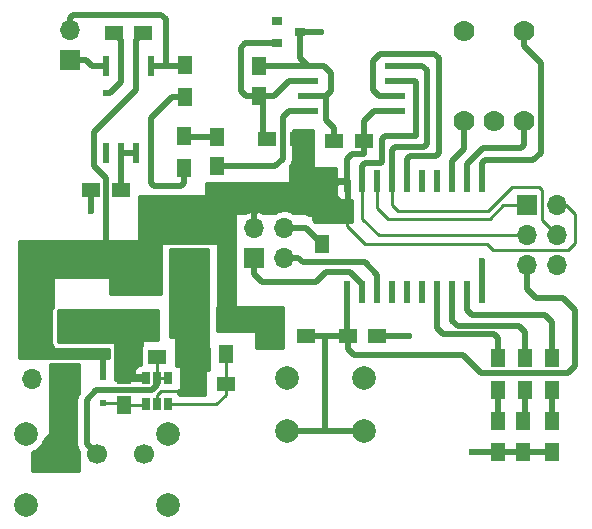
<source format=gtl>
G04 #@! TF.FileFunction,Copper,L1,Top,Signal*
%FSLAX46Y46*%
G04 Gerber Fmt 4.6, Leading zero omitted, Abs format (unit mm)*
G04 Created by KiCad (PCBNEW 4.0.7) date 11/06/17 18:42:07*
%MOMM*%
%LPD*%
G01*
G04 APERTURE LIST*
%ADD10C,0.100000*%
%ADD11C,0.600000*%
%ADD12R,1.700000X1.700000*%
%ADD13O,1.700000X1.700000*%
%ADD14R,0.600000X1.950000*%
%ADD15C,2.000000*%
%ADD16C,1.778000*%
%ADD17R,1.500000X1.250000*%
%ADD18R,1.250000X1.500000*%
%ADD19R,1.300000X1.500000*%
%ADD20R,0.900000X0.800000*%
%ADD21R,3.429000X2.413000*%
%ADD22R,1.500000X1.300000*%
%ADD23R,1.750000X0.550000*%
%ADD24R,0.550000X1.750000*%
%ADD25R,0.650000X1.060000*%
%ADD26R,0.500000X0.500000*%
%ADD27R,2.500000X1.800000*%
%ADD28C,1.700000*%
%ADD29C,0.500000*%
%ADD30C,0.250000*%
%ADD31C,0.254000*%
G04 APERTURE END LIST*
D10*
D11*
X51181000Y-154432000D03*
X51181000Y-153035000D03*
X51181000Y-151511000D03*
D12*
X55626000Y-151384000D03*
D13*
X55626000Y-148844000D03*
X58166000Y-151384000D03*
X58166000Y-148844000D03*
D14*
X63500000Y-154306000D03*
X64770000Y-154306000D03*
X66040000Y-154306000D03*
X67310000Y-154306000D03*
X68580000Y-154306000D03*
X69850000Y-154306000D03*
X71120000Y-154306000D03*
X72390000Y-154306000D03*
X73660000Y-154306000D03*
X74930000Y-154306000D03*
X74930000Y-144906000D03*
X73660000Y-144906000D03*
X72390000Y-144906000D03*
X71120000Y-144906000D03*
X69850000Y-144906000D03*
X68580000Y-144906000D03*
X67310000Y-144906000D03*
X66040000Y-144906000D03*
X64770000Y-144906000D03*
X63500000Y-144906000D03*
D15*
X64897000Y-161544000D03*
X64897000Y-166044000D03*
X58397000Y-161544000D03*
X58397000Y-166044000D03*
D16*
X73406000Y-132207000D03*
X78486000Y-132207000D03*
X78486000Y-139827000D03*
X75946000Y-139827000D03*
X73406000Y-139827000D03*
D17*
X66040000Y-157988000D03*
X63540000Y-157988000D03*
D18*
X61341000Y-150201000D03*
X61341000Y-147701000D03*
D17*
X64897000Y-141478000D03*
X62397000Y-141478000D03*
D18*
X52451000Y-143637000D03*
X52451000Y-141137000D03*
D17*
X43708000Y-132334000D03*
X46208000Y-132334000D03*
X41803000Y-145669000D03*
X44303000Y-145669000D03*
X47391000Y-159766000D03*
X49891000Y-159766000D03*
D18*
X44577000Y-163810000D03*
X44577000Y-161310000D03*
D17*
X46903000Y-153670000D03*
X49403000Y-153670000D03*
X46903000Y-151638000D03*
X49403000Y-151638000D03*
D19*
X80826188Y-167860908D03*
X80826188Y-165160908D03*
X78413188Y-167860908D03*
X78413188Y-165160908D03*
X76254188Y-167860908D03*
X76254188Y-165160908D03*
D20*
X57531000Y-131323000D03*
X57531000Y-133223000D03*
X59531000Y-132273000D03*
D12*
X78740000Y-146939000D03*
D13*
X81280000Y-146939000D03*
X78740000Y-149479000D03*
X81280000Y-149479000D03*
X78740000Y-152019000D03*
X81280000Y-152019000D03*
D12*
X39370000Y-161671000D03*
D13*
X36830000Y-161671000D03*
D12*
X40005000Y-134620000D03*
D13*
X40005000Y-132080000D03*
D21*
X40767000Y-157226000D03*
X40767000Y-151384000D03*
D22*
X57277000Y-157988000D03*
X59977000Y-157988000D03*
D19*
X80826188Y-159859908D03*
X80826188Y-162559908D03*
X78540188Y-159859908D03*
X78540188Y-162559908D03*
X76254188Y-159859908D03*
X76254188Y-162559908D03*
D22*
X56689000Y-141351000D03*
X59389000Y-141351000D03*
D19*
X49657000Y-143764000D03*
X49657000Y-141064000D03*
X49784000Y-135048000D03*
X49784000Y-137748000D03*
X53213000Y-156812000D03*
X53213000Y-159512000D03*
D22*
X53213000Y-162052000D03*
X50513000Y-162052000D03*
D23*
X67564000Y-138938000D03*
X67564000Y-137668000D03*
X67564000Y-136398000D03*
X67564000Y-135128000D03*
X60164000Y-135128000D03*
X60164000Y-136398000D03*
X60164000Y-137668000D03*
X60164000Y-138938000D03*
D24*
X43053000Y-142511000D03*
X44323000Y-142511000D03*
X45593000Y-142511000D03*
X46863000Y-142511000D03*
X46863000Y-135111000D03*
X45593000Y-135111000D03*
X44323000Y-135111000D03*
X43053000Y-135111000D03*
D25*
X46421000Y-163787000D03*
X47371000Y-163787000D03*
X48321000Y-163787000D03*
X48321000Y-161587000D03*
X46421000Y-161587000D03*
X47371000Y-161587000D03*
D26*
X42799000Y-163660000D03*
X42799000Y-161460000D03*
D27*
X46006000Y-157099000D03*
X50006000Y-157099000D03*
D18*
X56007000Y-135148000D03*
X56007000Y-137648000D03*
D15*
X36291000Y-166271000D03*
X48291000Y-166271000D03*
X48291000Y-172271000D03*
X36291000Y-172271000D03*
D28*
X38291000Y-168021000D03*
X42291000Y-168021000D03*
X46291000Y-168021000D03*
D11*
X43053000Y-137414000D03*
X74074092Y-167860908D03*
X61275000Y-132273000D03*
X74930000Y-151638000D03*
X68707000Y-157988000D03*
X41783000Y-147447000D03*
D29*
X43395000Y-137414000D02*
X43053000Y-137414000D01*
X44323000Y-135111000D02*
X44323000Y-136486000D01*
X44323000Y-136486000D02*
X43395000Y-137414000D01*
X75150908Y-167860908D02*
X74074092Y-167860908D01*
X75150908Y-167860908D02*
X76254188Y-167860908D01*
X59531000Y-132273000D02*
X61275000Y-132273000D01*
D30*
X49891000Y-159766000D02*
X50292000Y-160167000D01*
X50292000Y-160167000D02*
X50292000Y-162005000D01*
X50292000Y-162005000D02*
X50339000Y-162052000D01*
D29*
X73340000Y-132273000D02*
X73406000Y-132207000D01*
X62397000Y-141478000D02*
X62397000Y-140353000D01*
X62397000Y-140353000D02*
X61722000Y-139678000D01*
X61722000Y-139678000D02*
X61722000Y-137668000D01*
X62103000Y-137287000D02*
X61722000Y-137668000D01*
X61722000Y-137668000D02*
X60164000Y-137668000D01*
X62103000Y-135692000D02*
X62103000Y-137287000D01*
X60164000Y-135128000D02*
X61539000Y-135128000D01*
X61539000Y-135128000D02*
X62103000Y-135692000D01*
X59531000Y-132273000D02*
X59531000Y-134495000D01*
X59531000Y-134495000D02*
X60164000Y-135128000D01*
X74930000Y-152831000D02*
X74930000Y-151638000D01*
X74930000Y-154306000D02*
X74930000Y-152831000D01*
X67290000Y-157988000D02*
X68707000Y-157988000D01*
X66040000Y-157988000D02*
X67290000Y-157988000D01*
X58166000Y-148844000D02*
X59984000Y-148844000D01*
X59984000Y-148844000D02*
X61341000Y-150201000D01*
X41803000Y-145669000D02*
X41803000Y-147427000D01*
X41803000Y-147427000D02*
X41783000Y-147447000D01*
X56007000Y-135148000D02*
X60144000Y-135148000D01*
X60144000Y-135148000D02*
X60164000Y-135128000D01*
X43708000Y-132334000D02*
X44323000Y-132949000D01*
X44323000Y-132949000D02*
X44323000Y-135111000D01*
X78413188Y-167860908D02*
X80826188Y-167860908D01*
X76254188Y-167860908D02*
X78413188Y-167860908D01*
D30*
X65532000Y-160909000D02*
X64897000Y-161544000D01*
X47371000Y-163787000D02*
X47371000Y-163007000D01*
X47371000Y-163007000D02*
X47691000Y-162687000D01*
X47691000Y-162687000D02*
X49911000Y-162687000D01*
X49911000Y-162687000D02*
X50513000Y-162085000D01*
X50513000Y-162085000D02*
X50513000Y-162052000D01*
X49403000Y-153670000D02*
X49403000Y-151638000D01*
X50006000Y-157099000D02*
X50006000Y-154273000D01*
X50006000Y-154273000D02*
X49403000Y-153670000D01*
X50006000Y-157099000D02*
X50006000Y-159651000D01*
X50006000Y-159651000D02*
X49891000Y-159766000D01*
D29*
X63540000Y-157988000D02*
X63540000Y-159113000D01*
X63540000Y-159113000D02*
X64066000Y-159639000D01*
X64066000Y-159639000D02*
X73279000Y-159639000D01*
X82804000Y-155829000D02*
X81788000Y-154813000D01*
X79502000Y-154813000D02*
X78740000Y-154051000D01*
X73279000Y-159639000D02*
X74803000Y-161163000D01*
X82804000Y-160528000D02*
X82804000Y-155829000D01*
X74803000Y-161163000D02*
X82169000Y-161163000D01*
X81788000Y-154813000D02*
X79502000Y-154813000D01*
X78740000Y-154051000D02*
X78740000Y-152019000D01*
X82169000Y-161163000D02*
X82804000Y-160528000D01*
X63500000Y-154306000D02*
X63500000Y-157948000D01*
X63500000Y-157948000D02*
X63540000Y-157988000D01*
X59877000Y-157988000D02*
X59977000Y-157988000D01*
X61595000Y-157988000D02*
X63540000Y-157988000D01*
X59811213Y-166044000D02*
X61722000Y-166044000D01*
X59977000Y-157988000D02*
X61595000Y-157988000D01*
X61722000Y-166044000D02*
X64897000Y-166044000D01*
X61595000Y-157988000D02*
X61595000Y-165917000D01*
X61595000Y-165917000D02*
X61722000Y-166044000D01*
X58397000Y-166044000D02*
X59811213Y-166044000D01*
X63500000Y-144906000D02*
X63500000Y-143002000D01*
X63500000Y-143002000D02*
X63881000Y-142621000D01*
X63881000Y-142621000D02*
X64879000Y-142621000D01*
X64897000Y-142603000D02*
X64897000Y-141478000D01*
X64879000Y-142621000D02*
X64897000Y-142603000D01*
X59389000Y-141351000D02*
X59389000Y-143717000D01*
X59389000Y-143717000D02*
X60578000Y-144906000D01*
X60578000Y-144906000D02*
X61850000Y-144906000D01*
X53213000Y-156812000D02*
X53213000Y-146685000D01*
X53213000Y-146685000D02*
X55499000Y-146685000D01*
X55499000Y-146685000D02*
X55626000Y-146558000D01*
X63500000Y-144906000D02*
X61850000Y-144906000D01*
X61850000Y-144906000D02*
X61341000Y-145415000D01*
X61341000Y-145415000D02*
X61341000Y-147701000D01*
X55626000Y-148844000D02*
X55626000Y-146558000D01*
X58819000Y-146304000D02*
X60216000Y-147701000D01*
X55626000Y-146558000D02*
X55880000Y-146304000D01*
X55880000Y-146304000D02*
X58819000Y-146304000D01*
X60216000Y-147701000D02*
X61341000Y-147701000D01*
X53213000Y-156812000D02*
X53213000Y-156712000D01*
X64897000Y-141478000D02*
X64897000Y-141986000D01*
X67564000Y-138938000D02*
X65786000Y-138938000D01*
X65786000Y-138938000D02*
X64897000Y-139827000D01*
X64897000Y-139827000D02*
X64897000Y-141478000D01*
D30*
X81280000Y-146939000D02*
X82042000Y-146939000D01*
X82042000Y-146939000D02*
X82804000Y-147701000D01*
X82804000Y-147701000D02*
X82804000Y-150114000D01*
X82804000Y-150114000D02*
X82169000Y-150749000D01*
X82169000Y-150749000D02*
X75819000Y-150749000D01*
X75819000Y-150749000D02*
X75311000Y-150241000D01*
X75311000Y-150241000D02*
X65024000Y-150241000D01*
X65024000Y-150241000D02*
X63500000Y-148717000D01*
X63500000Y-148717000D02*
X63500000Y-144906000D01*
D29*
X43053000Y-144653000D02*
X43053000Y-150241000D01*
X45593000Y-135111000D02*
X45593000Y-137160000D01*
X45593000Y-137160000D02*
X42037000Y-140716000D01*
X42037000Y-140716000D02*
X42037000Y-143637000D01*
X42037000Y-143637000D02*
X43053000Y-144653000D01*
X43053000Y-150241000D02*
X44196000Y-151384000D01*
X45593000Y-135111000D02*
X45593000Y-132949000D01*
X45593000Y-132949000D02*
X46208000Y-132334000D01*
X42799000Y-161460000D02*
X42799000Y-159766000D01*
X42799000Y-159766000D02*
X42418000Y-159385000D01*
X42418000Y-159385000D02*
X38608000Y-159385000D01*
X38608000Y-159385000D02*
X38354000Y-159131000D01*
D30*
X46990000Y-153757000D02*
X46903000Y-153670000D01*
X40767000Y-152840500D02*
X40767000Y-151384000D01*
D29*
X80826188Y-162559908D02*
X80826188Y-165160908D01*
X78540188Y-162559908D02*
X78540188Y-165033908D01*
X78540188Y-165033908D02*
X78413188Y-165160908D01*
X76254188Y-162559908D02*
X76254188Y-165160908D01*
D30*
X81280000Y-149479000D02*
X80010000Y-148209000D01*
X80010000Y-148209000D02*
X80010000Y-145669000D01*
X77470000Y-145415000D02*
X75438000Y-147447000D01*
X80010000Y-145669000D02*
X79756000Y-145415000D01*
X79756000Y-145415000D02*
X77470000Y-145415000D01*
X75438000Y-147447000D02*
X67818000Y-147447000D01*
X67818000Y-147447000D02*
X67310000Y-146939000D01*
X67310000Y-146939000D02*
X67310000Y-144906000D01*
D29*
X67564000Y-135128000D02*
X69850000Y-135128000D01*
X69850000Y-135128000D02*
X70231000Y-135509000D01*
X70231000Y-135509000D02*
X70231000Y-141732000D01*
X70231000Y-141732000D02*
X69977000Y-141986000D01*
X69977000Y-141986000D02*
X67564000Y-141986000D01*
X67564000Y-141986000D02*
X67310000Y-142240000D01*
X67310000Y-142240000D02*
X67310000Y-144906000D01*
X64770000Y-144906000D02*
X64770000Y-143637000D01*
X64770000Y-143637000D02*
X65035965Y-143371035D01*
X65035965Y-143371035D02*
X66305965Y-143371035D01*
X66305965Y-143371035D02*
X66421000Y-143256000D01*
X66421000Y-143256000D02*
X66421000Y-141351000D01*
X66421000Y-141351000D02*
X66675000Y-141097000D01*
X66675000Y-141097000D02*
X69342000Y-141097000D01*
X69342000Y-136525000D02*
X69215000Y-136398000D01*
X69342000Y-141097000D02*
X69342000Y-136525000D01*
X69215000Y-136398000D02*
X67564000Y-136398000D01*
D30*
X78740000Y-149479000D02*
X66167000Y-149479000D01*
X66167000Y-149479000D02*
X64770000Y-148082000D01*
X64770000Y-148082000D02*
X64770000Y-144906000D01*
D29*
X61656989Y-152592011D02*
X60833000Y-153416000D01*
X55626000Y-152734000D02*
X55626000Y-151384000D01*
X64770000Y-154306000D02*
X64770000Y-153631000D01*
X64770000Y-153631000D02*
X63731011Y-152592011D01*
X63731011Y-152592011D02*
X61656989Y-152592011D01*
X60833000Y-153416000D02*
X56308000Y-153416000D01*
X56308000Y-153416000D02*
X55626000Y-152734000D01*
X58166000Y-151384000D02*
X59368081Y-151384000D01*
X59368081Y-151384000D02*
X59749081Y-151765000D01*
X64974000Y-151765000D02*
X66040000Y-152831000D01*
X59749081Y-151765000D02*
X64974000Y-151765000D01*
X66040000Y-152831000D02*
X66040000Y-154306000D01*
X73660000Y-154306000D02*
X73660000Y-155829000D01*
X73660000Y-155829000D02*
X74041000Y-156210000D01*
X74041000Y-156210000D02*
X80264000Y-156210000D01*
X80264000Y-156210000D02*
X80826188Y-156772188D01*
X80826188Y-156772188D02*
X80826188Y-159859908D01*
X78540188Y-159859908D02*
X78540188Y-157661188D01*
X78540188Y-157661188D02*
X78039989Y-157160989D01*
X78039989Y-157160989D02*
X72832989Y-157160989D01*
X72832989Y-157160989D02*
X72390000Y-156718000D01*
X72390000Y-156718000D02*
X72390000Y-154306000D01*
X76254188Y-159859908D02*
X76254188Y-158169188D01*
X76254188Y-158169188D02*
X75946000Y-157861000D01*
X75946000Y-157861000D02*
X71628000Y-157861000D01*
X71628000Y-157861000D02*
X71120000Y-157353000D01*
X71120000Y-157353000D02*
X71120000Y-154306000D01*
X78486000Y-139827000D02*
X78486000Y-141859000D01*
X78486000Y-141859000D02*
X78232000Y-142113000D01*
X78232000Y-142113000D02*
X74978000Y-142113000D01*
X74978000Y-142113000D02*
X73660000Y-143431000D01*
X73660000Y-143431000D02*
X73660000Y-144906000D01*
X72390000Y-143431000D02*
X72390000Y-144906000D01*
X73406000Y-142134965D02*
X72390000Y-143150965D01*
X72390000Y-143150965D02*
X72390000Y-143431000D01*
X73406000Y-139827000D02*
X73406000Y-142134965D01*
X67564000Y-137668000D02*
X66167000Y-137668000D01*
X68580000Y-143002000D02*
X68580000Y-144906000D01*
X66167000Y-137668000D02*
X65659000Y-137160000D01*
X66294000Y-134112000D02*
X70866000Y-134112000D01*
X65659000Y-137160000D02*
X65659000Y-134747000D01*
X65659000Y-134747000D02*
X66294000Y-134112000D01*
X70866000Y-134112000D02*
X71247000Y-134493000D01*
X71247000Y-134493000D02*
X71247000Y-142494000D01*
X71247000Y-142494000D02*
X70993000Y-142748000D01*
X70993000Y-142748000D02*
X68834000Y-142748000D01*
X68834000Y-142748000D02*
X68580000Y-143002000D01*
X60164000Y-138938000D02*
X58547000Y-138938000D01*
X58547000Y-138938000D02*
X58039000Y-139446000D01*
X58039000Y-139446000D02*
X58039000Y-143002000D01*
X58039000Y-143002000D02*
X57404000Y-143637000D01*
X57404000Y-143637000D02*
X52451000Y-143637000D01*
X52451000Y-141137000D02*
X49730000Y-141137000D01*
X49730000Y-141137000D02*
X49657000Y-141064000D01*
X44323000Y-142511000D02*
X45593000Y-142511000D01*
X44303000Y-145669000D02*
X44303000Y-142531000D01*
X44303000Y-142531000D02*
X44323000Y-142511000D01*
D30*
X44323000Y-145649000D02*
X44303000Y-145669000D01*
D29*
X47371000Y-161587000D02*
X47371000Y-162179000D01*
X47371000Y-162179000D02*
X46940001Y-162609999D01*
X46940001Y-162609999D02*
X42241001Y-162609999D01*
X42241001Y-162609999D02*
X41441001Y-163409999D01*
X41441001Y-167171001D02*
X42291000Y-168021000D01*
X41441001Y-163409999D02*
X41441001Y-167171001D01*
D30*
X47371000Y-161587000D02*
X48321000Y-161587000D01*
X47391000Y-159766000D02*
X47391000Y-161567000D01*
X47391000Y-161567000D02*
X47371000Y-161587000D01*
X42799000Y-163660000D02*
X44427000Y-163660000D01*
X44427000Y-163660000D02*
X44577000Y-163810000D01*
X44577000Y-163810000D02*
X46398000Y-163810000D01*
X46398000Y-163810000D02*
X46421000Y-163787000D01*
X45452000Y-161310000D02*
X44577000Y-161310000D01*
X46006000Y-157099000D02*
X40894000Y-157099000D01*
X40894000Y-157099000D02*
X40767000Y-157226000D01*
X44577000Y-161310000D02*
X46144000Y-161310000D01*
X46144000Y-161310000D02*
X46421000Y-161587000D01*
D29*
X40005000Y-134620000D02*
X41355000Y-134620000D01*
X41355000Y-134620000D02*
X41846000Y-135111000D01*
X41846000Y-135111000D02*
X43053000Y-135111000D01*
X40005000Y-132080000D02*
X40005000Y-131064000D01*
X40005000Y-131064000D02*
X40259000Y-130810000D01*
X40259000Y-130810000D02*
X47752000Y-130810000D01*
X47752000Y-130810000D02*
X48133000Y-131191000D01*
X48133000Y-131191000D02*
X48133000Y-135111000D01*
X46863000Y-135111000D02*
X48133000Y-135111000D01*
X48133000Y-135111000D02*
X49721000Y-135111000D01*
X49721000Y-135111000D02*
X49784000Y-135048000D01*
X48634000Y-137748000D02*
X49784000Y-137748000D01*
X46863000Y-139519000D02*
X48634000Y-137748000D01*
X46863000Y-142511000D02*
X46863000Y-139519000D01*
X47117000Y-145288000D02*
X46863000Y-145034000D01*
X46863000Y-145034000D02*
X46863000Y-142511000D01*
X49383000Y-145288000D02*
X47117000Y-145288000D01*
X49657000Y-143764000D02*
X49657000Y-145014000D01*
X49657000Y-145014000D02*
X49383000Y-145288000D01*
D30*
X53213000Y-162052000D02*
X53213000Y-162952000D01*
X53213000Y-162952000D02*
X52378000Y-163787000D01*
X52378000Y-163787000D02*
X48896000Y-163787000D01*
X48896000Y-163787000D02*
X48321000Y-163787000D01*
X53213000Y-159004000D02*
X53213000Y-161878000D01*
X53213000Y-161878000D02*
X53039000Y-162052000D01*
X52939000Y-162052000D02*
X53039000Y-162052000D01*
X78740000Y-146939000D02*
X76708000Y-146939000D01*
X76708000Y-146939000D02*
X75565000Y-148082000D01*
X75565000Y-148082000D02*
X66929000Y-148082000D01*
X66929000Y-148082000D02*
X66040000Y-147193000D01*
X66040000Y-147193000D02*
X66040000Y-144906000D01*
D29*
X78486000Y-132207000D02*
X78486000Y-133477000D01*
X78486000Y-133477000D02*
X79883000Y-134874000D01*
X79883000Y-142494000D02*
X79248000Y-143129000D01*
X79883000Y-134874000D02*
X79883000Y-142494000D01*
X79248000Y-143129000D02*
X75184000Y-143129000D01*
X75184000Y-143129000D02*
X74930000Y-143383000D01*
X74930000Y-143383000D02*
X74930000Y-144906000D01*
X57531000Y-133223000D02*
X54864000Y-133223000D01*
X54864000Y-133223000D02*
X54483000Y-133604000D01*
X54483000Y-133604000D02*
X54483000Y-137249000D01*
X54483000Y-137249000D02*
X54882000Y-137648000D01*
X54882000Y-137648000D02*
X56007000Y-137648000D01*
X58547000Y-136398000D02*
X57297000Y-137648000D01*
X57297000Y-137648000D02*
X56007000Y-137648000D01*
X60164000Y-136398000D02*
X58547000Y-136398000D01*
X56689000Y-141351000D02*
X56388000Y-141050000D01*
X56388000Y-141050000D02*
X56388000Y-138029000D01*
X56388000Y-138029000D02*
X56007000Y-137648000D01*
D31*
G36*
X51689000Y-160528000D02*
X49022000Y-160528000D01*
X49022000Y-158242000D01*
X49011994Y-158192590D01*
X48983553Y-158150965D01*
X48941159Y-158123685D01*
X48895000Y-158115000D01*
X48514000Y-158115000D01*
X48514000Y-150622000D01*
X51689000Y-150622000D01*
X51689000Y-160528000D01*
X51689000Y-160528000D01*
G37*
X51689000Y-160528000D02*
X49022000Y-160528000D01*
X49022000Y-158242000D01*
X49011994Y-158192590D01*
X48983553Y-158150965D01*
X48941159Y-158123685D01*
X48895000Y-158115000D01*
X48514000Y-158115000D01*
X48514000Y-150622000D01*
X51689000Y-150622000D01*
X51689000Y-160528000D01*
G36*
X51816000Y-160909000D02*
X51562000Y-160909000D01*
X51512590Y-160919006D01*
X51470965Y-160947447D01*
X51443685Y-160989841D01*
X51435000Y-161036000D01*
X51435000Y-163027000D01*
X49250162Y-163027000D01*
X49249162Y-163021683D01*
X49149000Y-162866027D01*
X49149000Y-162560000D01*
X49276000Y-162560000D01*
X49325410Y-162549994D01*
X49367035Y-162521553D01*
X49394315Y-162479159D01*
X49403000Y-162433000D01*
X49403000Y-160655000D01*
X49392994Y-160605590D01*
X49364553Y-160563965D01*
X49322159Y-160536685D01*
X49276000Y-160528000D01*
X49022000Y-160528000D01*
X49022000Y-159004000D01*
X51816000Y-159004000D01*
X51816000Y-160909000D01*
X51816000Y-160909000D01*
G37*
X51816000Y-160909000D02*
X51562000Y-160909000D01*
X51512590Y-160919006D01*
X51470965Y-160947447D01*
X51443685Y-160989841D01*
X51435000Y-161036000D01*
X51435000Y-163027000D01*
X49250162Y-163027000D01*
X49249162Y-163021683D01*
X49149000Y-162866027D01*
X49149000Y-162560000D01*
X49276000Y-162560000D01*
X49325410Y-162549994D01*
X49367035Y-162521553D01*
X49394315Y-162479159D01*
X49403000Y-162433000D01*
X49403000Y-160655000D01*
X49392994Y-160605590D01*
X49364553Y-160563965D01*
X49322159Y-160536685D01*
X49276000Y-160528000D01*
X49022000Y-160528000D01*
X49022000Y-159004000D01*
X51816000Y-159004000D01*
X51816000Y-160909000D01*
G36*
X47498000Y-158369000D02*
X46228000Y-158369000D01*
X46178590Y-158379006D01*
X46136965Y-158407447D01*
X46109685Y-158449841D01*
X46101000Y-158496000D01*
X46101000Y-158806520D01*
X46044569Y-158889110D01*
X45993560Y-159141000D01*
X45993560Y-160391000D01*
X45999393Y-160422000D01*
X45969690Y-160422000D01*
X45736301Y-160518673D01*
X45557673Y-160697302D01*
X45461000Y-160930691D01*
X45461000Y-161301250D01*
X45619750Y-161460000D01*
X46294000Y-161460000D01*
X46294000Y-161440000D01*
X46398560Y-161440000D01*
X46398560Y-161724999D01*
X46294000Y-161724999D01*
X46294000Y-161714000D01*
X45619750Y-161714000D01*
X45608751Y-161724999D01*
X43815000Y-161724999D01*
X43815000Y-158623000D01*
X43804994Y-158573590D01*
X43776553Y-158531965D01*
X43734159Y-158504685D01*
X43688000Y-158496000D01*
X38989000Y-158496000D01*
X38989000Y-155829000D01*
X47498000Y-155829000D01*
X47498000Y-158369000D01*
X47498000Y-158369000D01*
G37*
X47498000Y-158369000D02*
X46228000Y-158369000D01*
X46178590Y-158379006D01*
X46136965Y-158407447D01*
X46109685Y-158449841D01*
X46101000Y-158496000D01*
X46101000Y-158806520D01*
X46044569Y-158889110D01*
X45993560Y-159141000D01*
X45993560Y-160391000D01*
X45999393Y-160422000D01*
X45969690Y-160422000D01*
X45736301Y-160518673D01*
X45557673Y-160697302D01*
X45461000Y-160930691D01*
X45461000Y-161301250D01*
X45619750Y-161460000D01*
X46294000Y-161460000D01*
X46294000Y-161440000D01*
X46398560Y-161440000D01*
X46398560Y-161724999D01*
X46294000Y-161724999D01*
X46294000Y-161714000D01*
X45619750Y-161714000D01*
X45608751Y-161724999D01*
X43815000Y-161724999D01*
X43815000Y-158623000D01*
X43804994Y-158573590D01*
X43776553Y-158531965D01*
X43734159Y-158504685D01*
X43688000Y-158496000D01*
X38989000Y-158496000D01*
X38989000Y-155829000D01*
X47498000Y-155829000D01*
X47498000Y-158369000D01*
G36*
X47752000Y-154432000D02*
X43434000Y-154432000D01*
X43434000Y-153162000D01*
X43423994Y-153112590D01*
X43395553Y-153070965D01*
X43353159Y-153043685D01*
X43307000Y-153035000D01*
X38735000Y-153035000D01*
X38735000Y-149987000D01*
X47752000Y-149987000D01*
X47752000Y-154432000D01*
X47752000Y-154432000D01*
G37*
X47752000Y-154432000D02*
X43434000Y-154432000D01*
X43434000Y-153162000D01*
X43423994Y-153112590D01*
X43395553Y-153070965D01*
X43353159Y-153043685D01*
X43307000Y-153035000D01*
X38735000Y-153035000D01*
X38735000Y-149987000D01*
X47752000Y-149987000D01*
X47752000Y-154432000D01*
G36*
X40767000Y-162856362D02*
X40623368Y-163071324D01*
X40623368Y-163071325D01*
X40556000Y-163409999D01*
X40556001Y-163410004D01*
X40556001Y-167170996D01*
X40556000Y-167171001D01*
X40600599Y-167395210D01*
X40623368Y-167509676D01*
X40721324Y-167656278D01*
X40767000Y-167724637D01*
X40767000Y-169418000D01*
X36830000Y-169418000D01*
X36830000Y-167819606D01*
X36833823Y-167815783D01*
X37215943Y-167657894D01*
X37676278Y-167198363D01*
X37836073Y-166813533D01*
X38316803Y-166332803D01*
X38344666Y-166290789D01*
X38354000Y-166243000D01*
X38354000Y-160401000D01*
X40767000Y-160401000D01*
X40767000Y-162856362D01*
X40767000Y-162856362D01*
G37*
X40767000Y-162856362D02*
X40623368Y-163071324D01*
X40623368Y-163071325D01*
X40556000Y-163409999D01*
X40556001Y-163410004D01*
X40556001Y-167170996D01*
X40556000Y-167171001D01*
X40600599Y-167395210D01*
X40623368Y-167509676D01*
X40721324Y-167656278D01*
X40767000Y-167724637D01*
X40767000Y-169418000D01*
X36830000Y-169418000D01*
X36830000Y-167819606D01*
X36833823Y-167815783D01*
X37215943Y-167657894D01*
X37676278Y-167198363D01*
X37836073Y-166813533D01*
X38316803Y-166332803D01*
X38344666Y-166290789D01*
X38354000Y-166243000D01*
X38354000Y-160401000D01*
X40767000Y-160401000D01*
X40767000Y-162856362D01*
G36*
X51826000Y-145034440D02*
X53076000Y-145034440D01*
X53078338Y-145034000D01*
X62103000Y-145034000D01*
X62103000Y-147574000D01*
X58930422Y-147574000D01*
X58734285Y-147442946D01*
X58166000Y-147329907D01*
X57597715Y-147442946D01*
X57401578Y-147574000D01*
X56394729Y-147574000D01*
X56392924Y-147572355D01*
X55982890Y-147402524D01*
X55753000Y-147523845D01*
X55753000Y-147574000D01*
X55499000Y-147574000D01*
X55499000Y-147523845D01*
X55269110Y-147402524D01*
X54859076Y-147572355D01*
X54857271Y-147574000D01*
X47879000Y-147574000D01*
X47829590Y-147584006D01*
X47787965Y-147612447D01*
X47760685Y-147654841D01*
X47752000Y-147701000D01*
X47752000Y-152400000D01*
X45847000Y-152400000D01*
X45847000Y-146177000D01*
X51435000Y-146177000D01*
X51484410Y-146166994D01*
X51526035Y-146138553D01*
X51553315Y-146096159D01*
X51562000Y-146050000D01*
X51562000Y-145034000D01*
X51823827Y-145034000D01*
X51826000Y-145034440D01*
X51826000Y-145034440D01*
G37*
X51826000Y-145034440D02*
X53076000Y-145034440D01*
X53078338Y-145034000D01*
X62103000Y-145034000D01*
X62103000Y-147574000D01*
X58930422Y-147574000D01*
X58734285Y-147442946D01*
X58166000Y-147329907D01*
X57597715Y-147442946D01*
X57401578Y-147574000D01*
X56394729Y-147574000D01*
X56392924Y-147572355D01*
X55982890Y-147402524D01*
X55753000Y-147523845D01*
X55753000Y-147574000D01*
X55499000Y-147574000D01*
X55499000Y-147523845D01*
X55269110Y-147402524D01*
X54859076Y-147572355D01*
X54857271Y-147574000D01*
X47879000Y-147574000D01*
X47829590Y-147584006D01*
X47787965Y-147612447D01*
X47760685Y-147654841D01*
X47752000Y-147701000D01*
X47752000Y-152400000D01*
X45847000Y-152400000D01*
X45847000Y-146177000D01*
X51435000Y-146177000D01*
X51484410Y-146166994D01*
X51526035Y-146138553D01*
X51553315Y-146096159D01*
X51562000Y-146050000D01*
X51562000Y-145034000D01*
X51823827Y-145034000D01*
X51826000Y-145034440D01*
G36*
X60579000Y-145415000D02*
X58674000Y-145415000D01*
X58674000Y-143614006D01*
X58856633Y-143340675D01*
X58856634Y-143340674D01*
X58924001Y-143002000D01*
X58924000Y-143001995D01*
X58924000Y-140589000D01*
X60579000Y-140589000D01*
X60579000Y-145415000D01*
X60579000Y-145415000D01*
G37*
X60579000Y-145415000D02*
X58674000Y-145415000D01*
X58674000Y-143614006D01*
X58856633Y-143340675D01*
X58856634Y-143340674D01*
X58924001Y-143002000D01*
X58924000Y-143001995D01*
X58924000Y-140589000D01*
X60579000Y-140589000D01*
X60579000Y-145415000D01*
G36*
X62565000Y-143804691D02*
X62565000Y-144620250D01*
X62723750Y-144779000D01*
X63373000Y-144779000D01*
X63373000Y-144759000D01*
X63627000Y-144759000D01*
X63627000Y-144779000D01*
X63647000Y-144779000D01*
X63647000Y-145033000D01*
X63627000Y-145033000D01*
X63627000Y-146357250D01*
X63785750Y-146516000D01*
X63881000Y-146516000D01*
X63881000Y-148336000D01*
X60727580Y-148336000D01*
X60609790Y-148218210D01*
X60579000Y-148197637D01*
X60579000Y-145191750D01*
X62565000Y-145191750D01*
X62565000Y-146007309D01*
X62661673Y-146240698D01*
X62840301Y-146419327D01*
X63073690Y-146516000D01*
X63214250Y-146516000D01*
X63373000Y-146357250D01*
X63373000Y-145033000D01*
X62723750Y-145033000D01*
X62565000Y-145191750D01*
X60579000Y-145191750D01*
X60579000Y-143764000D01*
X62581855Y-143764000D01*
X62565000Y-143804691D01*
X62565000Y-143804691D01*
G37*
X62565000Y-143804691D02*
X62565000Y-144620250D01*
X62723750Y-144779000D01*
X63373000Y-144779000D01*
X63373000Y-144759000D01*
X63627000Y-144759000D01*
X63627000Y-144779000D01*
X63647000Y-144779000D01*
X63647000Y-145033000D01*
X63627000Y-145033000D01*
X63627000Y-146357250D01*
X63785750Y-146516000D01*
X63881000Y-146516000D01*
X63881000Y-148336000D01*
X60727580Y-148336000D01*
X60609790Y-148218210D01*
X60579000Y-148197637D01*
X60579000Y-145191750D01*
X62565000Y-145191750D01*
X62565000Y-146007309D01*
X62661673Y-146240698D01*
X62840301Y-146419327D01*
X63073690Y-146516000D01*
X63214250Y-146516000D01*
X63373000Y-146357250D01*
X63373000Y-145033000D01*
X62723750Y-145033000D01*
X62565000Y-145191750D01*
X60579000Y-145191750D01*
X60579000Y-143764000D01*
X62581855Y-143764000D01*
X62565000Y-143804691D01*
G36*
X53975000Y-157607000D02*
X52578000Y-157607000D01*
X52578000Y-146050000D01*
X53975000Y-146050000D01*
X53975000Y-157607000D01*
X53975000Y-157607000D01*
G37*
X53975000Y-157607000D02*
X52578000Y-157607000D01*
X52578000Y-146050000D01*
X53975000Y-146050000D01*
X53975000Y-157607000D01*
G36*
X58039000Y-159004000D02*
X55753000Y-159004000D01*
X55753000Y-157734000D01*
X55742994Y-157684590D01*
X55714553Y-157642965D01*
X55672159Y-157615685D01*
X55626000Y-157607000D01*
X52451000Y-157607000D01*
X52451000Y-155575000D01*
X58039000Y-155575000D01*
X58039000Y-159004000D01*
X58039000Y-159004000D01*
G37*
X58039000Y-159004000D02*
X55753000Y-159004000D01*
X55753000Y-157734000D01*
X55742994Y-157684590D01*
X55714553Y-157642965D01*
X55672159Y-157615685D01*
X55626000Y-157607000D01*
X52451000Y-157607000D01*
X52451000Y-155575000D01*
X58039000Y-155575000D01*
X58039000Y-159004000D01*
G36*
X42799000Y-153035000D02*
X38735000Y-153035000D01*
X38685590Y-153045006D01*
X38643965Y-153073447D01*
X38616685Y-153115841D01*
X38608000Y-153162000D01*
X38608000Y-155550944D01*
X38601059Y-155555410D01*
X38456069Y-155767610D01*
X38405060Y-156019500D01*
X38405060Y-158432500D01*
X38449338Y-158667817D01*
X38588410Y-158883941D01*
X38608000Y-158897326D01*
X38608000Y-159004000D01*
X38618006Y-159053410D01*
X38646447Y-159095035D01*
X38688841Y-159122315D01*
X38735000Y-159131000D01*
X43307000Y-159131000D01*
X43307000Y-159893000D01*
X35687000Y-159893000D01*
X35687000Y-149987000D01*
X42799000Y-149987000D01*
X42799000Y-153035000D01*
X42799000Y-153035000D01*
G37*
X42799000Y-153035000D02*
X38735000Y-153035000D01*
X38685590Y-153045006D01*
X38643965Y-153073447D01*
X38616685Y-153115841D01*
X38608000Y-153162000D01*
X38608000Y-155550944D01*
X38601059Y-155555410D01*
X38456069Y-155767610D01*
X38405060Y-156019500D01*
X38405060Y-158432500D01*
X38449338Y-158667817D01*
X38588410Y-158883941D01*
X38608000Y-158897326D01*
X38608000Y-159004000D01*
X38618006Y-159053410D01*
X38646447Y-159095035D01*
X38688841Y-159122315D01*
X38735000Y-159131000D01*
X43307000Y-159131000D01*
X43307000Y-159893000D01*
X35687000Y-159893000D01*
X35687000Y-149987000D01*
X42799000Y-149987000D01*
X42799000Y-153035000D01*
G36*
X52959000Y-150114000D02*
X47752000Y-150114000D01*
X47702590Y-150124006D01*
X47660965Y-150152447D01*
X47633685Y-150194841D01*
X47625196Y-150233955D01*
X47504860Y-152400000D01*
X46101000Y-152400000D01*
X46101000Y-146812000D01*
X52959000Y-146812000D01*
X52959000Y-150114000D01*
X52959000Y-150114000D01*
G37*
X52959000Y-150114000D02*
X47752000Y-150114000D01*
X47702590Y-150124006D01*
X47660965Y-150152447D01*
X47633685Y-150194841D01*
X47625196Y-150233955D01*
X47504860Y-152400000D01*
X46101000Y-152400000D01*
X46101000Y-146812000D01*
X52959000Y-146812000D01*
X52959000Y-150114000D01*
M02*

</source>
